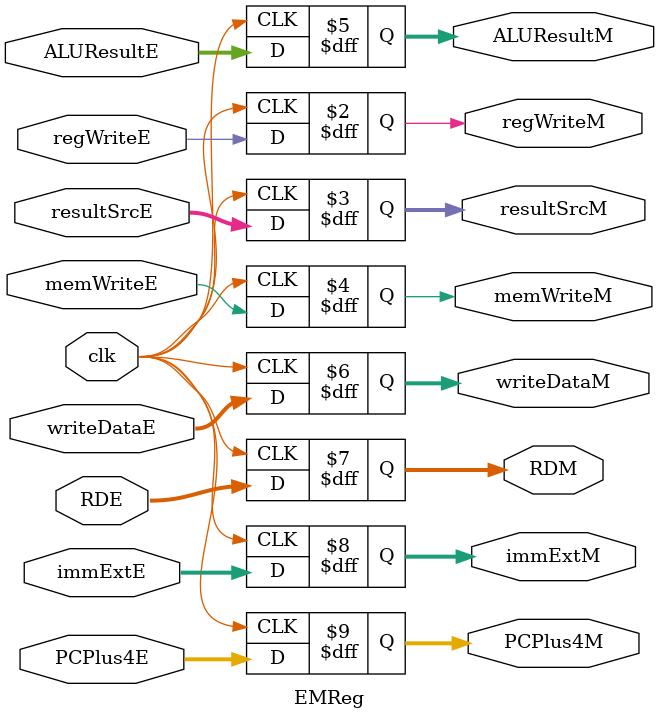
<source format=v>
module EMReg(clk, regWriteE, resultSrcE, memWriteE, ALUResultE, writeDataE, RDE, immExtE, PCPlus4E, regWriteM, resultSrcM, memWriteM,
		ALUResultM, writeDataM, RDM, immExtM, PCPlus4M);
	input clk;
	input regWriteE;
	input[1:0] resultSrcE;
	input memWriteE;
	input[31:0] ALUResultE, writeDataE;
	input[4:0] RDE;
	input[31:0] immExtE, PCPlus4E;

	output reg regWriteM;
	output reg[1:0] resultSrcM;
	output reg memWriteM;
	output reg[31:0] ALUResultM, writeDataM;
	output reg[4:0] RDM;
	output reg[31:0] immExtM, PCPlus4M;

	always@(posedge clk)
	begin
		{regWriteM, resultSrcM, memWriteM, ALUResultM, writeDataM, RDM, immExtM, PCPlus4M} = {regWriteE, resultSrcE, memWriteE,
		ALUResultE, writeDataE, RDE, immExtE, PCPlus4E};
	end

endmodule

</source>
